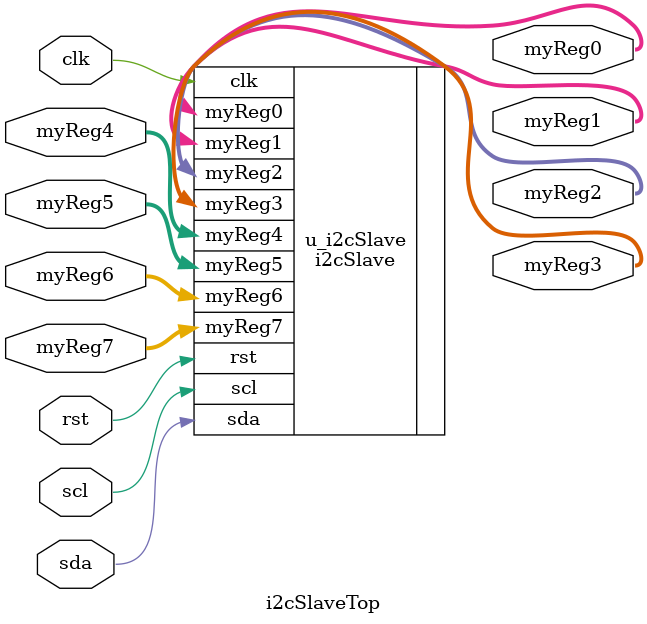
<source format=v>
`include "i2cSlave_define.v"


module i2cSlaveTop (
  clk,
  rst,
  sda,
  scl,
  myReg0,
  myReg1,
  myReg2,
  myReg3,
  myReg4,
  myReg5,
  myReg6,
  myReg7,
);
input clk;
input rst;
inout sda;
input scl;
output [7:0] myReg0;
output [7:0] myReg1;
output [7:0] myReg2;
output [7:0] myReg3;
input [7:0] myReg4;
input [7:0] myReg5;
input [7:0] myReg6;
input [7:0] myReg7;


i2cSlave u_i2cSlave(
  .clk(clk),
  .rst(rst),
  .sda(sda),
  .scl(scl),
  .myReg0(myReg0),
  .myReg1(myReg1),
  .myReg2(myReg2),
  .myReg3(myReg3),
  .myReg4(myReg4),
  .myReg5(myReg5),
  .myReg6(myReg6),
  .myReg7(myReg7)

);


endmodule


 

</source>
